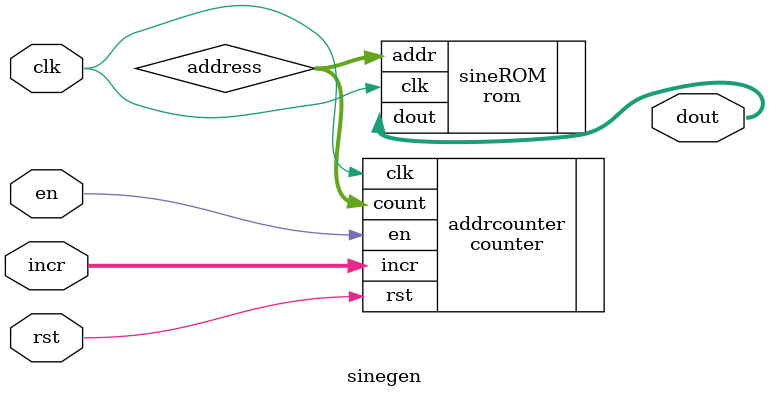
<source format=sv>
module sinegen #(
    parameter   A_WIDTH = 8,
                D_WIDTH = 8
)(
    // interface signals
    input   logic       clk,      //clk
    input   logic       rst,      //reset 
    input   logic       en,       //enable
    input   logic [D_WIDTH-1:0] incr,     //increment for addr counter
    output  logic [D_WIDTH-1:0] dout      // output data  
);

    logic [A_WIDTH-1:0]     address;  //interconnect wire

counter addrcounter(
    .clk (clk),
    .rst (rst),
    .en (en),
    .incr   (incr),
    .count (address)
);

rom sineROM (
    .clk (clk),
    .addr (address),
    .dout   (dout)
);

endmodule

</source>
